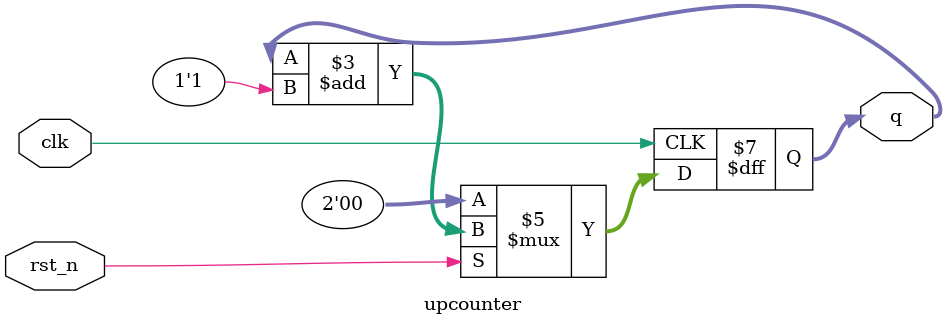
<source format=v>
`timescale 1ns / 1ps


module upcounter (
    input  wire clk,
    input  wire rst_n,
    output reg  [1:0] q
);

    always @(posedge clk) begin
        if (!rst_n)
            q <= 2'b00;
        else
            q <= q + 1'b1;
    end

endmodule


</source>
